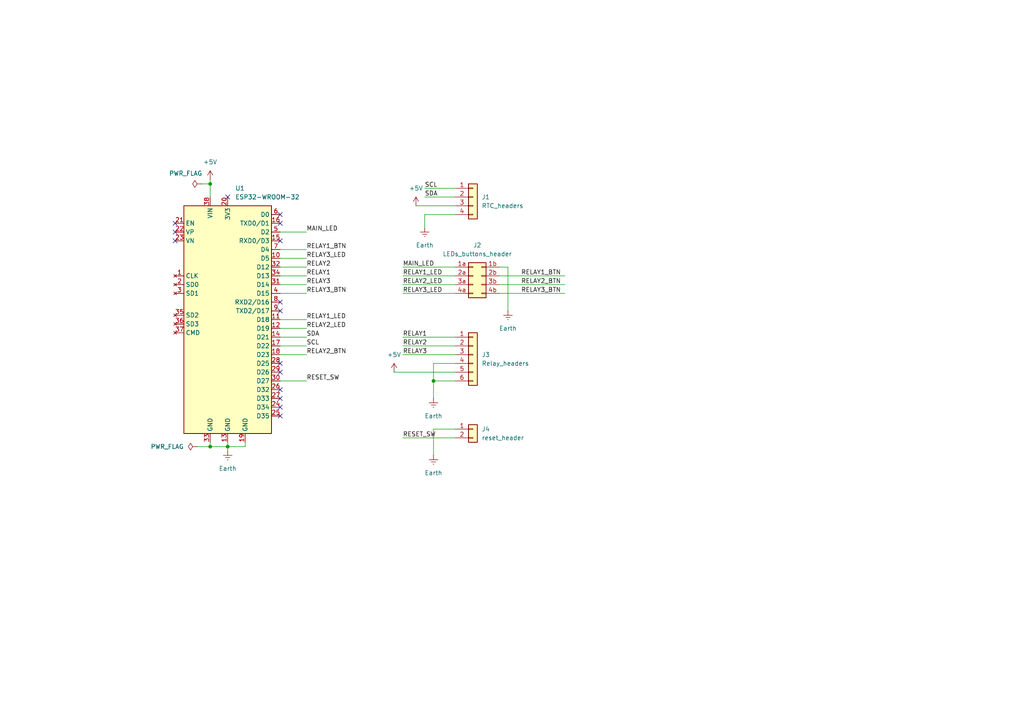
<source format=kicad_sch>
(kicad_sch
	(version 20231120)
	(generator "eeschema")
	(generator_version "8.0")
	(uuid "7a608d07-70db-4e84-831f-f8fd5d7ff980")
	(paper "A4")
	(lib_symbols
		(symbol "Connector_Generic:Conn_01x02"
			(pin_names
				(offset 1.016) hide)
			(exclude_from_sim no)
			(in_bom yes)
			(on_board yes)
			(property "Reference" "J"
				(at 0 2.54 0)
				(effects
					(font
						(size 1.27 1.27)
					)
				)
			)
			(property "Value" "Conn_01x02"
				(at 0 -5.08 0)
				(effects
					(font
						(size 1.27 1.27)
					)
				)
			)
			(property "Footprint" ""
				(at 0 0 0)
				(effects
					(font
						(size 1.27 1.27)
					)
					(hide yes)
				)
			)
			(property "Datasheet" "~"
				(at 0 0 0)
				(effects
					(font
						(size 1.27 1.27)
					)
					(hide yes)
				)
			)
			(property "Description" "Generic connector, single row, 01x02, script generated (kicad-library-utils/schlib/autogen/connector/)"
				(at 0 0 0)
				(effects
					(font
						(size 1.27 1.27)
					)
					(hide yes)
				)
			)
			(property "ki_keywords" "connector"
				(at 0 0 0)
				(effects
					(font
						(size 1.27 1.27)
					)
					(hide yes)
				)
			)
			(property "ki_fp_filters" "Connector*:*_1x??_*"
				(at 0 0 0)
				(effects
					(font
						(size 1.27 1.27)
					)
					(hide yes)
				)
			)
			(symbol "Conn_01x02_1_1"
				(rectangle
					(start -1.27 -2.413)
					(end 0 -2.667)
					(stroke
						(width 0.1524)
						(type default)
					)
					(fill
						(type none)
					)
				)
				(rectangle
					(start -1.27 0.127)
					(end 0 -0.127)
					(stroke
						(width 0.1524)
						(type default)
					)
					(fill
						(type none)
					)
				)
				(rectangle
					(start -1.27 1.27)
					(end 1.27 -3.81)
					(stroke
						(width 0.254)
						(type default)
					)
					(fill
						(type background)
					)
				)
				(pin passive line
					(at -5.08 0 0)
					(length 3.81)
					(name "Pin_1"
						(effects
							(font
								(size 1.27 1.27)
							)
						)
					)
					(number "1"
						(effects
							(font
								(size 1.27 1.27)
							)
						)
					)
				)
				(pin passive line
					(at -5.08 -2.54 0)
					(length 3.81)
					(name "Pin_2"
						(effects
							(font
								(size 1.27 1.27)
							)
						)
					)
					(number "2"
						(effects
							(font
								(size 1.27 1.27)
							)
						)
					)
				)
			)
		)
		(symbol "Connector_Generic:Conn_01x04"
			(pin_names
				(offset 1.016) hide)
			(exclude_from_sim no)
			(in_bom yes)
			(on_board yes)
			(property "Reference" "J"
				(at 0 5.08 0)
				(effects
					(font
						(size 1.27 1.27)
					)
				)
			)
			(property "Value" "Conn_01x04"
				(at 0 -7.62 0)
				(effects
					(font
						(size 1.27 1.27)
					)
				)
			)
			(property "Footprint" ""
				(at 0 0 0)
				(effects
					(font
						(size 1.27 1.27)
					)
					(hide yes)
				)
			)
			(property "Datasheet" "~"
				(at 0 0 0)
				(effects
					(font
						(size 1.27 1.27)
					)
					(hide yes)
				)
			)
			(property "Description" "Generic connector, single row, 01x04, script generated (kicad-library-utils/schlib/autogen/connector/)"
				(at 0 0 0)
				(effects
					(font
						(size 1.27 1.27)
					)
					(hide yes)
				)
			)
			(property "ki_keywords" "connector"
				(at 0 0 0)
				(effects
					(font
						(size 1.27 1.27)
					)
					(hide yes)
				)
			)
			(property "ki_fp_filters" "Connector*:*_1x??_*"
				(at 0 0 0)
				(effects
					(font
						(size 1.27 1.27)
					)
					(hide yes)
				)
			)
			(symbol "Conn_01x04_1_1"
				(rectangle
					(start -1.27 -4.953)
					(end 0 -5.207)
					(stroke
						(width 0.1524)
						(type default)
					)
					(fill
						(type none)
					)
				)
				(rectangle
					(start -1.27 -2.413)
					(end 0 -2.667)
					(stroke
						(width 0.1524)
						(type default)
					)
					(fill
						(type none)
					)
				)
				(rectangle
					(start -1.27 0.127)
					(end 0 -0.127)
					(stroke
						(width 0.1524)
						(type default)
					)
					(fill
						(type none)
					)
				)
				(rectangle
					(start -1.27 2.667)
					(end 0 2.413)
					(stroke
						(width 0.1524)
						(type default)
					)
					(fill
						(type none)
					)
				)
				(rectangle
					(start -1.27 3.81)
					(end 1.27 -6.35)
					(stroke
						(width 0.254)
						(type default)
					)
					(fill
						(type background)
					)
				)
				(pin passive line
					(at -5.08 2.54 0)
					(length 3.81)
					(name "Pin_1"
						(effects
							(font
								(size 1.27 1.27)
							)
						)
					)
					(number "1"
						(effects
							(font
								(size 1.27 1.27)
							)
						)
					)
				)
				(pin passive line
					(at -5.08 0 0)
					(length 3.81)
					(name "Pin_2"
						(effects
							(font
								(size 1.27 1.27)
							)
						)
					)
					(number "2"
						(effects
							(font
								(size 1.27 1.27)
							)
						)
					)
				)
				(pin passive line
					(at -5.08 -2.54 0)
					(length 3.81)
					(name "Pin_3"
						(effects
							(font
								(size 1.27 1.27)
							)
						)
					)
					(number "3"
						(effects
							(font
								(size 1.27 1.27)
							)
						)
					)
				)
				(pin passive line
					(at -5.08 -5.08 0)
					(length 3.81)
					(name "Pin_4"
						(effects
							(font
								(size 1.27 1.27)
							)
						)
					)
					(number "4"
						(effects
							(font
								(size 1.27 1.27)
							)
						)
					)
				)
			)
		)
		(symbol "Connector_Generic:Conn_01x06"
			(pin_names
				(offset 1.016) hide)
			(exclude_from_sim no)
			(in_bom yes)
			(on_board yes)
			(property "Reference" "J"
				(at 0 7.62 0)
				(effects
					(font
						(size 1.27 1.27)
					)
				)
			)
			(property "Value" "Conn_01x06"
				(at 0 -10.16 0)
				(effects
					(font
						(size 1.27 1.27)
					)
				)
			)
			(property "Footprint" ""
				(at 0 0 0)
				(effects
					(font
						(size 1.27 1.27)
					)
					(hide yes)
				)
			)
			(property "Datasheet" "~"
				(at 0 0 0)
				(effects
					(font
						(size 1.27 1.27)
					)
					(hide yes)
				)
			)
			(property "Description" "Generic connector, single row, 01x06, script generated (kicad-library-utils/schlib/autogen/connector/)"
				(at 0 0 0)
				(effects
					(font
						(size 1.27 1.27)
					)
					(hide yes)
				)
			)
			(property "ki_keywords" "connector"
				(at 0 0 0)
				(effects
					(font
						(size 1.27 1.27)
					)
					(hide yes)
				)
			)
			(property "ki_fp_filters" "Connector*:*_1x??_*"
				(at 0 0 0)
				(effects
					(font
						(size 1.27 1.27)
					)
					(hide yes)
				)
			)
			(symbol "Conn_01x06_1_1"
				(rectangle
					(start -1.27 -7.493)
					(end 0 -7.747)
					(stroke
						(width 0.1524)
						(type default)
					)
					(fill
						(type none)
					)
				)
				(rectangle
					(start -1.27 -4.953)
					(end 0 -5.207)
					(stroke
						(width 0.1524)
						(type default)
					)
					(fill
						(type none)
					)
				)
				(rectangle
					(start -1.27 -2.413)
					(end 0 -2.667)
					(stroke
						(width 0.1524)
						(type default)
					)
					(fill
						(type none)
					)
				)
				(rectangle
					(start -1.27 0.127)
					(end 0 -0.127)
					(stroke
						(width 0.1524)
						(type default)
					)
					(fill
						(type none)
					)
				)
				(rectangle
					(start -1.27 2.667)
					(end 0 2.413)
					(stroke
						(width 0.1524)
						(type default)
					)
					(fill
						(type none)
					)
				)
				(rectangle
					(start -1.27 5.207)
					(end 0 4.953)
					(stroke
						(width 0.1524)
						(type default)
					)
					(fill
						(type none)
					)
				)
				(rectangle
					(start -1.27 6.35)
					(end 1.27 -8.89)
					(stroke
						(width 0.254)
						(type default)
					)
					(fill
						(type background)
					)
				)
				(pin passive line
					(at -5.08 5.08 0)
					(length 3.81)
					(name "Pin_1"
						(effects
							(font
								(size 1.27 1.27)
							)
						)
					)
					(number "1"
						(effects
							(font
								(size 1.27 1.27)
							)
						)
					)
				)
				(pin passive line
					(at -5.08 2.54 0)
					(length 3.81)
					(name "Pin_2"
						(effects
							(font
								(size 1.27 1.27)
							)
						)
					)
					(number "2"
						(effects
							(font
								(size 1.27 1.27)
							)
						)
					)
				)
				(pin passive line
					(at -5.08 0 0)
					(length 3.81)
					(name "Pin_3"
						(effects
							(font
								(size 1.27 1.27)
							)
						)
					)
					(number "3"
						(effects
							(font
								(size 1.27 1.27)
							)
						)
					)
				)
				(pin passive line
					(at -5.08 -2.54 0)
					(length 3.81)
					(name "Pin_4"
						(effects
							(font
								(size 1.27 1.27)
							)
						)
					)
					(number "4"
						(effects
							(font
								(size 1.27 1.27)
							)
						)
					)
				)
				(pin passive line
					(at -5.08 -5.08 0)
					(length 3.81)
					(name "Pin_5"
						(effects
							(font
								(size 1.27 1.27)
							)
						)
					)
					(number "5"
						(effects
							(font
								(size 1.27 1.27)
							)
						)
					)
				)
				(pin passive line
					(at -5.08 -7.62 0)
					(length 3.81)
					(name "Pin_6"
						(effects
							(font
								(size 1.27 1.27)
							)
						)
					)
					(number "6"
						(effects
							(font
								(size 1.27 1.27)
							)
						)
					)
				)
			)
		)
		(symbol "Connector_Generic:Conn_02x04_Row_Letter_Last"
			(pin_names
				(offset 1.016) hide)
			(exclude_from_sim no)
			(in_bom yes)
			(on_board yes)
			(property "Reference" "J"
				(at 1.27 5.08 0)
				(effects
					(font
						(size 1.27 1.27)
					)
				)
			)
			(property "Value" "Conn_02x04_Row_Letter_Last"
				(at 1.27 -7.62 0)
				(effects
					(font
						(size 1.27 1.27)
					)
				)
			)
			(property "Footprint" ""
				(at 0 0 0)
				(effects
					(font
						(size 1.27 1.27)
					)
					(hide yes)
				)
			)
			(property "Datasheet" "~"
				(at 0 0 0)
				(effects
					(font
						(size 1.27 1.27)
					)
					(hide yes)
				)
			)
			(property "Description" "Generic connector, double row, 02x04, row letter last pin numbering scheme (pin number consists of a letter for the row and a number for the pin index in this row. 1a, ..., Na; 1b, ..., Nb)), script generated (kicad-library-utils/schlib/autogen/connector/)"
				(at 0 0 0)
				(effects
					(font
						(size 1.27 1.27)
					)
					(hide yes)
				)
			)
			(property "ki_keywords" "connector"
				(at 0 0 0)
				(effects
					(font
						(size 1.27 1.27)
					)
					(hide yes)
				)
			)
			(property "ki_fp_filters" "Connector*:*_2x??_*"
				(at 0 0 0)
				(effects
					(font
						(size 1.27 1.27)
					)
					(hide yes)
				)
			)
			(symbol "Conn_02x04_Row_Letter_Last_1_1"
				(rectangle
					(start -1.27 -4.953)
					(end 0 -5.207)
					(stroke
						(width 0.1524)
						(type default)
					)
					(fill
						(type none)
					)
				)
				(rectangle
					(start -1.27 -2.413)
					(end 0 -2.667)
					(stroke
						(width 0.1524)
						(type default)
					)
					(fill
						(type none)
					)
				)
				(rectangle
					(start -1.27 0.127)
					(end 0 -0.127)
					(stroke
						(width 0.1524)
						(type default)
					)
					(fill
						(type none)
					)
				)
				(rectangle
					(start -1.27 2.667)
					(end 0 2.413)
					(stroke
						(width 0.1524)
						(type default)
					)
					(fill
						(type none)
					)
				)
				(rectangle
					(start -1.27 3.81)
					(end 3.81 -6.35)
					(stroke
						(width 0.254)
						(type default)
					)
					(fill
						(type background)
					)
				)
				(rectangle
					(start 3.81 -4.953)
					(end 2.54 -5.207)
					(stroke
						(width 0.1524)
						(type default)
					)
					(fill
						(type none)
					)
				)
				(rectangle
					(start 3.81 -2.413)
					(end 2.54 -2.667)
					(stroke
						(width 0.1524)
						(type default)
					)
					(fill
						(type none)
					)
				)
				(rectangle
					(start 3.81 0.127)
					(end 2.54 -0.127)
					(stroke
						(width 0.1524)
						(type default)
					)
					(fill
						(type none)
					)
				)
				(rectangle
					(start 3.81 2.667)
					(end 2.54 2.413)
					(stroke
						(width 0.1524)
						(type default)
					)
					(fill
						(type none)
					)
				)
				(pin passive line
					(at -5.08 2.54 0)
					(length 3.81)
					(name "Pin_1a"
						(effects
							(font
								(size 1.27 1.27)
							)
						)
					)
					(number "1a"
						(effects
							(font
								(size 1.27 1.27)
							)
						)
					)
				)
				(pin passive line
					(at 7.62 2.54 180)
					(length 3.81)
					(name "Pin_1b"
						(effects
							(font
								(size 1.27 1.27)
							)
						)
					)
					(number "1b"
						(effects
							(font
								(size 1.27 1.27)
							)
						)
					)
				)
				(pin passive line
					(at -5.08 0 0)
					(length 3.81)
					(name "Pin_2a"
						(effects
							(font
								(size 1.27 1.27)
							)
						)
					)
					(number "2a"
						(effects
							(font
								(size 1.27 1.27)
							)
						)
					)
				)
				(pin passive line
					(at 7.62 0 180)
					(length 3.81)
					(name "Pin_2b"
						(effects
							(font
								(size 1.27 1.27)
							)
						)
					)
					(number "2b"
						(effects
							(font
								(size 1.27 1.27)
							)
						)
					)
				)
				(pin passive line
					(at -5.08 -2.54 0)
					(length 3.81)
					(name "Pin_3a"
						(effects
							(font
								(size 1.27 1.27)
							)
						)
					)
					(number "3a"
						(effects
							(font
								(size 1.27 1.27)
							)
						)
					)
				)
				(pin passive line
					(at 7.62 -2.54 180)
					(length 3.81)
					(name "Pin_3b"
						(effects
							(font
								(size 1.27 1.27)
							)
						)
					)
					(number "3b"
						(effects
							(font
								(size 1.27 1.27)
							)
						)
					)
				)
				(pin passive line
					(at -5.08 -5.08 0)
					(length 3.81)
					(name "Pin_4a"
						(effects
							(font
								(size 1.27 1.27)
							)
						)
					)
					(number "4a"
						(effects
							(font
								(size 1.27 1.27)
							)
						)
					)
				)
				(pin passive line
					(at 7.62 -5.08 180)
					(length 3.81)
					(name "Pin_4b"
						(effects
							(font
								(size 1.27 1.27)
							)
						)
					)
					(number "4b"
						(effects
							(font
								(size 1.27 1.27)
							)
						)
					)
				)
			)
		)
		(symbol "MCU_espressif_modules:ESP32-doit-devkitv1-kind2"
			(exclude_from_sim no)
			(in_bom yes)
			(on_board yes)
			(property "Reference" "U"
				(at -12.7 34.29 0)
				(effects
					(font
						(size 1.27 1.27)
					)
					(justify left)
				)
			)
			(property "Value" "ESP32-doit-devkitv1-kind2"
				(at 1.27 34.29 0)
				(effects
					(font
						(size 1.27 1.27)
					)
					(justify left)
				)
			)
			(property "Footprint" "RF_Module:ESP32-WROOM-32"
				(at 24.13 -36.068 0)
				(effects
					(font
						(size 1.27 1.27)
					)
					(hide yes)
				)
			)
			(property "Datasheet" "https://www.espressif.com/sites/default/files/documentation/esp32-wroom-32_datasheet_en.pdf"
				(at 57.912 -38.862 0)
				(effects
					(font
						(size 1.27 1.27)
					)
					(hide yes)
				)
			)
			(property "Description" "RF Module, ESP32-D0WDQ6 SoC, Wi-Fi 802.11b/g/n, Bluetooth, BLE, 32-bit, 2.7-3.6V, onboard antenna, SMD"
				(at 64.516 -41.656 0)
				(effects
					(font
						(size 1.27 1.27)
					)
					(hide yes)
				)
			)
			(property "ki_keywords" "RF Radio BT ESP ESP32 Espressif onboard PCB antenna"
				(at 0 0 0)
				(effects
					(font
						(size 1.27 1.27)
					)
					(hide yes)
				)
			)
			(property "ki_fp_filters" "ESP32?WROOM?32*"
				(at 0 0 0)
				(effects
					(font
						(size 1.27 1.27)
					)
					(hide yes)
				)
			)
			(symbol "ESP32-doit-devkitv1-kind2_0_1"
				(rectangle
					(start -12.7 33.02)
					(end 12.7 -33.02)
					(stroke
						(width 0.254)
						(type default)
					)
					(fill
						(type background)
					)
				)
			)
			(symbol "ESP32-doit-devkitv1-kind2_1_1"
				(pin no_connect line
					(at -15.24 12.7 0)
					(length 2.54)
					(name "CLK"
						(effects
							(font
								(size 1.27 1.27)
							)
						)
					)
					(number "1"
						(effects
							(font
								(size 1.27 1.27)
							)
						)
					)
				)
				(pin bidirectional line
					(at 15.24 17.78 180)
					(length 2.54)
					(name "D5"
						(effects
							(font
								(size 1.27 1.27)
							)
						)
					)
					(number "10"
						(effects
							(font
								(size 1.27 1.27)
							)
						)
					)
				)
				(pin bidirectional line
					(at 15.24 0 180)
					(length 2.54)
					(name "D18"
						(effects
							(font
								(size 1.27 1.27)
							)
						)
					)
					(number "11"
						(effects
							(font
								(size 1.27 1.27)
							)
						)
					)
				)
				(pin bidirectional line
					(at 15.24 -2.54 180)
					(length 2.54)
					(name "D19"
						(effects
							(font
								(size 1.27 1.27)
							)
						)
					)
					(number "12"
						(effects
							(font
								(size 1.27 1.27)
							)
						)
					)
				)
				(pin power_in line
					(at 0 -35.56 90)
					(length 2.54)
					(name "GND"
						(effects
							(font
								(size 1.27 1.27)
							)
						)
					)
					(number "13"
						(effects
							(font
								(size 1.27 1.27)
							)
						)
					)
				)
				(pin bidirectional line
					(at 15.24 -5.08 180)
					(length 2.54)
					(name "D21"
						(effects
							(font
								(size 1.27 1.27)
							)
						)
					)
					(number "14"
						(effects
							(font
								(size 1.27 1.27)
							)
						)
					)
				)
				(pin bidirectional line
					(at 15.24 22.86 180)
					(length 2.54)
					(name "RXD0/D3"
						(effects
							(font
								(size 1.27 1.27)
							)
						)
					)
					(number "15"
						(effects
							(font
								(size 1.27 1.27)
							)
						)
					)
				)
				(pin bidirectional line
					(at 15.24 27.94 180)
					(length 2.54)
					(name "TXD0/D1"
						(effects
							(font
								(size 1.27 1.27)
							)
						)
					)
					(number "16"
						(effects
							(font
								(size 1.27 1.27)
							)
						)
					)
				)
				(pin bidirectional line
					(at 15.24 -7.62 180)
					(length 2.54)
					(name "D22"
						(effects
							(font
								(size 1.27 1.27)
							)
						)
					)
					(number "17"
						(effects
							(font
								(size 1.27 1.27)
							)
						)
					)
				)
				(pin bidirectional line
					(at 15.24 -10.16 180)
					(length 2.54)
					(name "D23"
						(effects
							(font
								(size 1.27 1.27)
							)
						)
					)
					(number "18"
						(effects
							(font
								(size 1.27 1.27)
							)
						)
					)
				)
				(pin power_in line
					(at 5.08 -35.56 90)
					(length 2.54)
					(name "GND"
						(effects
							(font
								(size 1.27 1.27)
							)
						)
					)
					(number "19"
						(effects
							(font
								(size 1.27 1.27)
							)
						)
					)
				)
				(pin no_connect line
					(at -15.24 10.16 0)
					(length 2.54)
					(name "SD0"
						(effects
							(font
								(size 1.27 1.27)
							)
						)
					)
					(number "2"
						(effects
							(font
								(size 1.27 1.27)
							)
						)
					)
				)
				(pin power_in line
					(at 0 35.56 270)
					(length 2.54)
					(name "3V3"
						(effects
							(font
								(size 1.27 1.27)
							)
						)
					)
					(number "20"
						(effects
							(font
								(size 1.27 1.27)
							)
						)
					)
				)
				(pin input line
					(at -15.24 27.94 0)
					(length 2.54)
					(name "EN"
						(effects
							(font
								(size 1.27 1.27)
							)
						)
					)
					(number "21"
						(effects
							(font
								(size 1.27 1.27)
							)
						)
					)
				)
				(pin input line
					(at -15.24 25.4 0)
					(length 2.54)
					(name "VP"
						(effects
							(font
								(size 1.27 1.27)
							)
						)
					)
					(number "22"
						(effects
							(font
								(size 1.27 1.27)
							)
						)
					)
				)
				(pin input line
					(at -15.24 22.86 0)
					(length 2.54)
					(name "VN"
						(effects
							(font
								(size 1.27 1.27)
							)
						)
					)
					(number "23"
						(effects
							(font
								(size 1.27 1.27)
							)
						)
					)
				)
				(pin input line
					(at 15.24 -25.4 180)
					(length 2.54)
					(name "D34"
						(effects
							(font
								(size 1.27 1.27)
							)
						)
					)
					(number "24"
						(effects
							(font
								(size 1.27 1.27)
							)
						)
					)
				)
				(pin input line
					(at 15.24 -27.94 180)
					(length 2.54)
					(name "D35"
						(effects
							(font
								(size 1.27 1.27)
							)
						)
					)
					(number "25"
						(effects
							(font
								(size 1.27 1.27)
							)
						)
					)
				)
				(pin bidirectional line
					(at 15.24 -20.32 180)
					(length 2.54)
					(name "D32"
						(effects
							(font
								(size 1.27 1.27)
							)
						)
					)
					(number "26"
						(effects
							(font
								(size 1.27 1.27)
							)
						)
					)
				)
				(pin bidirectional line
					(at 15.24 -22.86 180)
					(length 2.54)
					(name "D33"
						(effects
							(font
								(size 1.27 1.27)
							)
						)
					)
					(number "27"
						(effects
							(font
								(size 1.27 1.27)
							)
						)
					)
				)
				(pin bidirectional line
					(at 15.24 -12.7 180)
					(length 2.54)
					(name "D25"
						(effects
							(font
								(size 1.27 1.27)
							)
						)
					)
					(number "28"
						(effects
							(font
								(size 1.27 1.27)
							)
						)
					)
				)
				(pin bidirectional line
					(at 15.24 -15.24 180)
					(length 2.54)
					(name "D26"
						(effects
							(font
								(size 1.27 1.27)
							)
						)
					)
					(number "29"
						(effects
							(font
								(size 1.27 1.27)
							)
						)
					)
				)
				(pin no_connect line
					(at -15.24 7.62 0)
					(length 2.54)
					(name "SD1"
						(effects
							(font
								(size 1.27 1.27)
							)
						)
					)
					(number "3"
						(effects
							(font
								(size 1.27 1.27)
							)
						)
					)
				)
				(pin bidirectional line
					(at 15.24 -17.78 180)
					(length 2.54)
					(name "D27"
						(effects
							(font
								(size 1.27 1.27)
							)
						)
					)
					(number "30"
						(effects
							(font
								(size 1.27 1.27)
							)
						)
					)
				)
				(pin bidirectional line
					(at 15.24 10.16 180)
					(length 2.54)
					(name "D14"
						(effects
							(font
								(size 1.27 1.27)
							)
						)
					)
					(number "31"
						(effects
							(font
								(size 1.27 1.27)
							)
						)
					)
				)
				(pin bidirectional line
					(at 15.24 15.24 180)
					(length 2.54)
					(name "D12"
						(effects
							(font
								(size 1.27 1.27)
							)
						)
					)
					(number "32"
						(effects
							(font
								(size 1.27 1.27)
							)
						)
					)
				)
				(pin power_in line
					(at -5.08 -35.56 90)
					(length 2.54)
					(name "GND"
						(effects
							(font
								(size 1.27 1.27)
							)
						)
					)
					(number "33"
						(effects
							(font
								(size 1.27 1.27)
							)
						)
					)
				)
				(pin bidirectional line
					(at 15.24 12.7 180)
					(length 2.54)
					(name "D13"
						(effects
							(font
								(size 1.27 1.27)
							)
						)
					)
					(number "34"
						(effects
							(font
								(size 1.27 1.27)
							)
						)
					)
				)
				(pin no_connect line
					(at -15.24 1.27 0)
					(length 2.54)
					(name "SD2"
						(effects
							(font
								(size 1.27 1.27)
							)
						)
					)
					(number "35"
						(effects
							(font
								(size 1.27 1.27)
							)
						)
					)
				)
				(pin no_connect line
					(at -15.24 -1.27 0)
					(length 2.54)
					(name "SD3"
						(effects
							(font
								(size 1.27 1.27)
							)
						)
					)
					(number "36"
						(effects
							(font
								(size 1.27 1.27)
							)
						)
					)
				)
				(pin no_connect line
					(at -15.24 -3.81 0)
					(length 2.54)
					(name "CMD"
						(effects
							(font
								(size 1.27 1.27)
							)
						)
					)
					(number "37"
						(effects
							(font
								(size 1.27 1.27)
							)
						)
					)
				)
				(pin power_in line
					(at -5.08 35.56 270)
					(length 2.54)
					(name "VIN"
						(effects
							(font
								(size 1.27 1.27)
							)
						)
					)
					(number "38"
						(effects
							(font
								(size 1.27 1.27)
							)
						)
					)
				)
				(pin bidirectional line
					(at 15.24 7.62 180)
					(length 2.54)
					(name "D15"
						(effects
							(font
								(size 1.27 1.27)
							)
						)
					)
					(number "4"
						(effects
							(font
								(size 1.27 1.27)
							)
						)
					)
				)
				(pin bidirectional line
					(at 15.24 25.4 180)
					(length 2.54)
					(name "D2"
						(effects
							(font
								(size 1.27 1.27)
							)
						)
					)
					(number "5"
						(effects
							(font
								(size 1.27 1.27)
							)
						)
					)
				)
				(pin bidirectional line
					(at 15.24 30.48 180)
					(length 2.54)
					(name "D0"
						(effects
							(font
								(size 1.27 1.27)
							)
						)
					)
					(number "6"
						(effects
							(font
								(size 1.27 1.27)
							)
						)
					)
				)
				(pin bidirectional line
					(at 15.24 20.32 180)
					(length 2.54)
					(name "D4"
						(effects
							(font
								(size 1.27 1.27)
							)
						)
					)
					(number "7"
						(effects
							(font
								(size 1.27 1.27)
							)
						)
					)
				)
				(pin bidirectional line
					(at 15.24 5.08 180)
					(length 2.54)
					(name "RXD2/D16"
						(effects
							(font
								(size 1.27 1.27)
							)
						)
					)
					(number "8"
						(effects
							(font
								(size 1.27 1.27)
							)
						)
					)
				)
				(pin bidirectional line
					(at 15.24 2.54 180)
					(length 2.54)
					(name "TXD2/D17"
						(effects
							(font
								(size 1.27 1.27)
							)
						)
					)
					(number "9"
						(effects
							(font
								(size 1.27 1.27)
							)
						)
					)
				)
			)
		)
		(symbol "power:+5V"
			(power)
			(pin_numbers hide)
			(pin_names
				(offset 0) hide)
			(exclude_from_sim no)
			(in_bom yes)
			(on_board yes)
			(property "Reference" "#PWR"
				(at 0 -3.81 0)
				(effects
					(font
						(size 1.27 1.27)
					)
					(hide yes)
				)
			)
			(property "Value" "+5V"
				(at 0 3.556 0)
				(effects
					(font
						(size 1.27 1.27)
					)
				)
			)
			(property "Footprint" ""
				(at 0 0 0)
				(effects
					(font
						(size 1.27 1.27)
					)
					(hide yes)
				)
			)
			(property "Datasheet" ""
				(at 0 0 0)
				(effects
					(font
						(size 1.27 1.27)
					)
					(hide yes)
				)
			)
			(property "Description" "Power symbol creates a global label with name \"+5V\""
				(at 0 0 0)
				(effects
					(font
						(size 1.27 1.27)
					)
					(hide yes)
				)
			)
			(property "ki_keywords" "global power"
				(at 0 0 0)
				(effects
					(font
						(size 1.27 1.27)
					)
					(hide yes)
				)
			)
			(symbol "+5V_0_1"
				(polyline
					(pts
						(xy -0.762 1.27) (xy 0 2.54)
					)
					(stroke
						(width 0)
						(type default)
					)
					(fill
						(type none)
					)
				)
				(polyline
					(pts
						(xy 0 0) (xy 0 2.54)
					)
					(stroke
						(width 0)
						(type default)
					)
					(fill
						(type none)
					)
				)
				(polyline
					(pts
						(xy 0 2.54) (xy 0.762 1.27)
					)
					(stroke
						(width 0)
						(type default)
					)
					(fill
						(type none)
					)
				)
			)
			(symbol "+5V_1_1"
				(pin power_in line
					(at 0 0 90)
					(length 0)
					(name "~"
						(effects
							(font
								(size 1.27 1.27)
							)
						)
					)
					(number "1"
						(effects
							(font
								(size 1.27 1.27)
							)
						)
					)
				)
			)
		)
		(symbol "power:Earth"
			(power)
			(pin_numbers hide)
			(pin_names
				(offset 0) hide)
			(exclude_from_sim no)
			(in_bom yes)
			(on_board yes)
			(property "Reference" "#PWR"
				(at 0 -6.35 0)
				(effects
					(font
						(size 1.27 1.27)
					)
					(hide yes)
				)
			)
			(property "Value" "Earth"
				(at 0 -3.81 0)
				(effects
					(font
						(size 1.27 1.27)
					)
				)
			)
			(property "Footprint" ""
				(at 0 0 0)
				(effects
					(font
						(size 1.27 1.27)
					)
					(hide yes)
				)
			)
			(property "Datasheet" "~"
				(at 0 0 0)
				(effects
					(font
						(size 1.27 1.27)
					)
					(hide yes)
				)
			)
			(property "Description" "Power symbol creates a global label with name \"Earth\""
				(at 0 0 0)
				(effects
					(font
						(size 1.27 1.27)
					)
					(hide yes)
				)
			)
			(property "ki_keywords" "global ground gnd"
				(at 0 0 0)
				(effects
					(font
						(size 1.27 1.27)
					)
					(hide yes)
				)
			)
			(symbol "Earth_0_1"
				(polyline
					(pts
						(xy -0.635 -1.905) (xy 0.635 -1.905)
					)
					(stroke
						(width 0)
						(type default)
					)
					(fill
						(type none)
					)
				)
				(polyline
					(pts
						(xy -0.127 -2.54) (xy 0.127 -2.54)
					)
					(stroke
						(width 0)
						(type default)
					)
					(fill
						(type none)
					)
				)
				(polyline
					(pts
						(xy 0 -1.27) (xy 0 0)
					)
					(stroke
						(width 0)
						(type default)
					)
					(fill
						(type none)
					)
				)
				(polyline
					(pts
						(xy 1.27 -1.27) (xy -1.27 -1.27)
					)
					(stroke
						(width 0)
						(type default)
					)
					(fill
						(type none)
					)
				)
			)
			(symbol "Earth_1_1"
				(pin power_in line
					(at 0 0 270)
					(length 0)
					(name "~"
						(effects
							(font
								(size 1.27 1.27)
							)
						)
					)
					(number "1"
						(effects
							(font
								(size 1.27 1.27)
							)
						)
					)
				)
			)
		)
		(symbol "power:PWR_FLAG"
			(power)
			(pin_numbers hide)
			(pin_names
				(offset 0) hide)
			(exclude_from_sim no)
			(in_bom yes)
			(on_board yes)
			(property "Reference" "#FLG"
				(at 0 1.905 0)
				(effects
					(font
						(size 1.27 1.27)
					)
					(hide yes)
				)
			)
			(property "Value" "PWR_FLAG"
				(at 0 3.81 0)
				(effects
					(font
						(size 1.27 1.27)
					)
				)
			)
			(property "Footprint" ""
				(at 0 0 0)
				(effects
					(font
						(size 1.27 1.27)
					)
					(hide yes)
				)
			)
			(property "Datasheet" "~"
				(at 0 0 0)
				(effects
					(font
						(size 1.27 1.27)
					)
					(hide yes)
				)
			)
			(property "Description" "Special symbol for telling ERC where power comes from"
				(at 0 0 0)
				(effects
					(font
						(size 1.27 1.27)
					)
					(hide yes)
				)
			)
			(property "ki_keywords" "flag power"
				(at 0 0 0)
				(effects
					(font
						(size 1.27 1.27)
					)
					(hide yes)
				)
			)
			(symbol "PWR_FLAG_0_0"
				(pin power_out line
					(at 0 0 90)
					(length 0)
					(name "~"
						(effects
							(font
								(size 1.27 1.27)
							)
						)
					)
					(number "1"
						(effects
							(font
								(size 1.27 1.27)
							)
						)
					)
				)
			)
			(symbol "PWR_FLAG_0_1"
				(polyline
					(pts
						(xy 0 0) (xy 0 1.27) (xy -1.016 1.905) (xy 0 2.54) (xy 1.016 1.905) (xy 0 1.27)
					)
					(stroke
						(width 0)
						(type default)
					)
					(fill
						(type none)
					)
				)
			)
		)
	)
	(junction
		(at 60.96 129.54)
		(diameter 0)
		(color 0 0 0 0)
		(uuid "6f96cc45-4892-4fa8-bb72-0a71822eac17")
	)
	(junction
		(at 125.73 110.49)
		(diameter 0)
		(color 0 0 0 0)
		(uuid "9357dba1-6f23-40a9-a898-3b1807baffc3")
	)
	(junction
		(at 66.04 129.54)
		(diameter 0)
		(color 0 0 0 0)
		(uuid "9b114a40-b42a-44ac-ba26-45aabc82bb99")
	)
	(junction
		(at 60.96 53.34)
		(diameter 0)
		(color 0 0 0 0)
		(uuid "f6858ced-8483-4a91-803a-fbfa49ec0ea3")
	)
	(no_connect
		(at 81.28 69.85)
		(uuid "02bd4887-99f6-4978-a8a9-dad48503d64b")
	)
	(no_connect
		(at 81.28 113.03)
		(uuid "0a4ee526-c6b3-45ed-9082-1f6b66b05659")
	)
	(no_connect
		(at 81.28 105.41)
		(uuid "1016d31f-0450-4397-8411-94e68d5e4243")
	)
	(no_connect
		(at 50.8 67.31)
		(uuid "2263a0f9-fa62-4b4b-9113-fac2644f7bb6")
	)
	(no_connect
		(at 81.28 62.23)
		(uuid "628642e4-f08d-4445-9730-c9cfac80b4bb")
	)
	(no_connect
		(at 81.28 87.63)
		(uuid "7699912c-cd0b-4eb7-bf2d-c26b97f8ac9b")
	)
	(no_connect
		(at 81.28 115.57)
		(uuid "7d928402-afb1-41b9-8584-4124564f39d9")
	)
	(no_connect
		(at 50.8 69.85)
		(uuid "88675e59-0f21-4635-86c8-4847340dc936")
	)
	(no_connect
		(at 81.28 90.17)
		(uuid "95c8b279-ed7c-4b7a-98a2-6acb7dfe884c")
	)
	(no_connect
		(at 66.04 57.15)
		(uuid "aa816698-6731-4185-a9d2-174c82041231")
	)
	(no_connect
		(at 81.28 118.11)
		(uuid "b40b586e-0e36-4c55-a88d-0a3216d759b3")
	)
	(no_connect
		(at 81.28 107.95)
		(uuid "c42b24f1-2a5a-41d0-ab71-5fa17beadbaa")
	)
	(no_connect
		(at 50.8 64.77)
		(uuid "f3afc18b-e60c-45fd-841a-883c9372e2a7")
	)
	(no_connect
		(at 81.28 64.77)
		(uuid "f4fa564d-a9c2-4cd9-aec1-8e7041f0c359")
	)
	(no_connect
		(at 81.28 120.65)
		(uuid "f7b78457-1385-446d-9bd6-15db53d7e6ad")
	)
	(wire
		(pts
			(xy 116.84 82.55) (xy 132.08 82.55)
		)
		(stroke
			(width 0)
			(type default)
		)
		(uuid "0722c0a1-148b-436d-b98b-bc26a52d53b4")
	)
	(wire
		(pts
			(xy 116.84 100.33) (xy 132.08 100.33)
		)
		(stroke
			(width 0)
			(type default)
		)
		(uuid "0e5fa52a-8ddb-4e39-93c4-e0337f88881a")
	)
	(wire
		(pts
			(xy 60.96 129.54) (xy 66.04 129.54)
		)
		(stroke
			(width 0)
			(type default)
		)
		(uuid "0ee15468-524f-4e93-8fcc-df102819d5fd")
	)
	(wire
		(pts
			(xy 116.84 85.09) (xy 132.08 85.09)
		)
		(stroke
			(width 0)
			(type default)
		)
		(uuid "18917c22-94e5-44d3-976f-2bea44c5abaf")
	)
	(wire
		(pts
			(xy 116.84 97.79) (xy 132.08 97.79)
		)
		(stroke
			(width 0)
			(type default)
		)
		(uuid "1c59ecea-ea45-41e9-8157-449b10de1b55")
	)
	(wire
		(pts
			(xy 116.84 77.47) (xy 132.08 77.47)
		)
		(stroke
			(width 0)
			(type default)
		)
		(uuid "2bdc70f0-68c8-47ba-b16c-fa41f6b21189")
	)
	(wire
		(pts
			(xy 81.28 92.71) (xy 88.9 92.71)
		)
		(stroke
			(width 0)
			(type default)
		)
		(uuid "2c6756a9-0f0f-4957-a555-daa2224faacf")
	)
	(wire
		(pts
			(xy 81.28 102.87) (xy 88.9 102.87)
		)
		(stroke
			(width 0)
			(type default)
		)
		(uuid "326825b0-8e48-4b41-b172-b7f67ad03cdd")
	)
	(wire
		(pts
			(xy 66.04 129.54) (xy 66.04 130.81)
		)
		(stroke
			(width 0)
			(type default)
		)
		(uuid "3a909813-dc56-43e6-b45a-75aae2d22d3f")
	)
	(wire
		(pts
			(xy 81.28 97.79) (xy 88.9 97.79)
		)
		(stroke
			(width 0)
			(type default)
		)
		(uuid "3fa070ff-1df1-4ce0-b2de-721b8a872958")
	)
	(wire
		(pts
			(xy 147.32 77.47) (xy 147.32 90.17)
		)
		(stroke
			(width 0)
			(type default)
		)
		(uuid "409ae1f9-989c-485e-b3fb-13e98f054a9f")
	)
	(wire
		(pts
			(xy 125.73 105.41) (xy 125.73 110.49)
		)
		(stroke
			(width 0)
			(type default)
		)
		(uuid "425f8e41-3897-4431-b2cb-6a0e18ffe64a")
	)
	(wire
		(pts
			(xy 81.28 100.33) (xy 88.9 100.33)
		)
		(stroke
			(width 0)
			(type default)
		)
		(uuid "4b380ee5-8332-40df-bb01-d82f1546d4ec")
	)
	(wire
		(pts
			(xy 57.15 129.54) (xy 60.96 129.54)
		)
		(stroke
			(width 0)
			(type default)
		)
		(uuid "4bb60130-9700-4196-becb-0a7027c5d69c")
	)
	(wire
		(pts
			(xy 114.3 107.95) (xy 132.08 107.95)
		)
		(stroke
			(width 0)
			(type default)
		)
		(uuid "4f94aeea-142f-4429-a402-b2344d02968c")
	)
	(wire
		(pts
			(xy 81.28 67.31) (xy 88.9 67.31)
		)
		(stroke
			(width 0)
			(type default)
		)
		(uuid "5ff8f190-7400-416e-8e9e-c93481fd915d")
	)
	(wire
		(pts
			(xy 81.28 82.55) (xy 88.9 82.55)
		)
		(stroke
			(width 0)
			(type default)
		)
		(uuid "609371d4-9b20-4d79-b039-2d3e38a0bcad")
	)
	(wire
		(pts
			(xy 116.84 80.01) (xy 132.08 80.01)
		)
		(stroke
			(width 0)
			(type default)
		)
		(uuid "61385992-8cf5-43af-9567-9d85fa42c467")
	)
	(wire
		(pts
			(xy 123.19 62.23) (xy 123.19 66.04)
		)
		(stroke
			(width 0)
			(type default)
		)
		(uuid "62b21351-400f-4d83-8f17-3c7ce32f85c1")
	)
	(wire
		(pts
			(xy 116.84 102.87) (xy 132.08 102.87)
		)
		(stroke
			(width 0)
			(type default)
		)
		(uuid "678c5b6f-8afc-42d5-8c95-53a68bc1fd0f")
	)
	(wire
		(pts
			(xy 132.08 105.41) (xy 125.73 105.41)
		)
		(stroke
			(width 0)
			(type default)
		)
		(uuid "68666620-9bcf-415b-8177-4661c9b64d8f")
	)
	(wire
		(pts
			(xy 120.65 59.69) (xy 132.08 59.69)
		)
		(stroke
			(width 0)
			(type default)
		)
		(uuid "6afc756e-a66a-4488-a586-214c34c410f1")
	)
	(wire
		(pts
			(xy 66.04 128.27) (xy 66.04 129.54)
		)
		(stroke
			(width 0)
			(type default)
		)
		(uuid "6ff50972-2c70-48be-9de7-d1e7f2c33800")
	)
	(wire
		(pts
			(xy 58.42 53.34) (xy 60.96 53.34)
		)
		(stroke
			(width 0)
			(type default)
		)
		(uuid "79074ba3-96d2-4af6-a703-e7bb16e01c18")
	)
	(wire
		(pts
			(xy 81.28 80.01) (xy 88.9 80.01)
		)
		(stroke
			(width 0)
			(type default)
		)
		(uuid "874a6b14-5801-4f51-bdbe-c9d6db59cd7b")
	)
	(wire
		(pts
			(xy 123.19 54.61) (xy 132.08 54.61)
		)
		(stroke
			(width 0)
			(type default)
		)
		(uuid "8e501397-1aeb-490f-9947-47e78a25796a")
	)
	(wire
		(pts
			(xy 60.96 52.07) (xy 60.96 53.34)
		)
		(stroke
			(width 0)
			(type default)
		)
		(uuid "93d3e6e8-413f-4e6e-9be1-aa4ae1395ee2")
	)
	(wire
		(pts
			(xy 81.28 74.93) (xy 88.9 74.93)
		)
		(stroke
			(width 0)
			(type default)
		)
		(uuid "96feb4dc-f2f2-49ce-a7ff-04ec6d981c79")
	)
	(wire
		(pts
			(xy 125.73 124.46) (xy 125.73 132.08)
		)
		(stroke
			(width 0)
			(type default)
		)
		(uuid "98cce8a1-00ef-43a4-94ec-45a279752dd2")
	)
	(wire
		(pts
			(xy 123.19 57.15) (xy 132.08 57.15)
		)
		(stroke
			(width 0)
			(type default)
		)
		(uuid "9981a2b2-df0f-4673-9a59-5b824f431c3e")
	)
	(wire
		(pts
			(xy 81.28 77.47) (xy 88.9 77.47)
		)
		(stroke
			(width 0)
			(type default)
		)
		(uuid "9ce87107-33b5-4b26-add0-d349b0a80f1f")
	)
	(wire
		(pts
			(xy 81.28 72.39) (xy 88.9 72.39)
		)
		(stroke
			(width 0)
			(type default)
		)
		(uuid "ad569e41-b515-4bdb-a6b0-cf0fab567b1e")
	)
	(wire
		(pts
			(xy 81.28 95.25) (xy 88.9 95.25)
		)
		(stroke
			(width 0)
			(type default)
		)
		(uuid "afe5aab4-ccff-4e00-a2ad-9ad8891fc0f3")
	)
	(wire
		(pts
			(xy 116.84 127) (xy 132.08 127)
		)
		(stroke
			(width 0)
			(type default)
		)
		(uuid "b38884ac-be9e-4301-85a4-72f8ddee8c69")
	)
	(wire
		(pts
			(xy 60.96 53.34) (xy 60.96 57.15)
		)
		(stroke
			(width 0)
			(type default)
		)
		(uuid "c765bea5-f0bd-491c-929a-744706ad50d6")
	)
	(wire
		(pts
			(xy 125.73 110.49) (xy 132.08 110.49)
		)
		(stroke
			(width 0)
			(type default)
		)
		(uuid "d102b0b5-5d69-4467-ac04-473f61fc1f82")
	)
	(wire
		(pts
			(xy 60.96 128.27) (xy 60.96 129.54)
		)
		(stroke
			(width 0)
			(type default)
		)
		(uuid "d564713d-c032-4d4f-a4e5-b205e4f9d167")
	)
	(wire
		(pts
			(xy 132.08 62.23) (xy 123.19 62.23)
		)
		(stroke
			(width 0)
			(type default)
		)
		(uuid "da66dfbc-d95b-438d-99b7-fa26c3a8d3b6")
	)
	(wire
		(pts
			(xy 66.04 129.54) (xy 71.12 129.54)
		)
		(stroke
			(width 0)
			(type default)
		)
		(uuid "da8ff933-fef8-448f-9b5c-9bf6abdcfb4b")
	)
	(wire
		(pts
			(xy 132.08 124.46) (xy 125.73 124.46)
		)
		(stroke
			(width 0)
			(type default)
		)
		(uuid "dbb78c24-4411-4a97-9c79-76a6c4db4cb6")
	)
	(wire
		(pts
			(xy 144.78 80.01) (xy 163.83 80.01)
		)
		(stroke
			(width 0)
			(type default)
		)
		(uuid "e15d3d57-f331-4574-8599-a06e5409ecc1")
	)
	(wire
		(pts
			(xy 81.28 110.49) (xy 88.9 110.49)
		)
		(stroke
			(width 0)
			(type default)
		)
		(uuid "e313d234-ae91-4196-963f-85fc05b10fee")
	)
	(wire
		(pts
			(xy 81.28 85.09) (xy 88.9 85.09)
		)
		(stroke
			(width 0)
			(type default)
		)
		(uuid "e5aeae9b-0266-4145-ab81-433d0e3ff35b")
	)
	(wire
		(pts
			(xy 144.78 85.09) (xy 163.83 85.09)
		)
		(stroke
			(width 0)
			(type default)
		)
		(uuid "ec952a34-5819-4405-b2d9-f7b03977fc3c")
	)
	(wire
		(pts
			(xy 125.73 110.49) (xy 125.73 115.57)
		)
		(stroke
			(width 0)
			(type default)
		)
		(uuid "f332387e-dad5-4947-bf2e-03e87e1dfc0c")
	)
	(wire
		(pts
			(xy 71.12 128.27) (xy 71.12 129.54)
		)
		(stroke
			(width 0)
			(type default)
		)
		(uuid "f37906db-ea3d-4438-901c-277499f3a72c")
	)
	(wire
		(pts
			(xy 144.78 82.55) (xy 163.83 82.55)
		)
		(stroke
			(width 0)
			(type default)
		)
		(uuid "f4ca6482-e182-430c-9050-52876c269672")
	)
	(wire
		(pts
			(xy 144.78 77.47) (xy 147.32 77.47)
		)
		(stroke
			(width 0)
			(type default)
		)
		(uuid "ff23bbf5-13d2-4260-a1bf-a87341cb5f86")
	)
	(label "RELAY3_LED"
		(at 88.9 74.93 0)
		(fields_autoplaced yes)
		(effects
			(font
				(size 1.27 1.27)
			)
			(justify left bottom)
		)
		(uuid "0328123e-db17-4ef6-80d6-4cd85183f3a0")
	)
	(label "SDA"
		(at 123.19 57.15 0)
		(fields_autoplaced yes)
		(effects
			(font
				(size 1.27 1.27)
			)
			(justify left bottom)
		)
		(uuid "03f62c18-de29-43d9-b23b-348c05c486ac")
	)
	(label "RELAY2_LED"
		(at 88.9 95.25 0)
		(fields_autoplaced yes)
		(effects
			(font
				(size 1.27 1.27)
			)
			(justify left bottom)
		)
		(uuid "0bba747c-f8e2-4f38-9eda-7fa0fb2df3aa")
	)
	(label "RELAY3_BTN"
		(at 88.9 85.09 0)
		(fields_autoplaced yes)
		(effects
			(font
				(size 1.27 1.27)
			)
			(justify left bottom)
		)
		(uuid "22697b9e-d5aa-4466-8c69-ecabf832162a")
	)
	(label "RELAY2"
		(at 88.9 77.47 0)
		(fields_autoplaced yes)
		(effects
			(font
				(size 1.27 1.27)
			)
			(justify left bottom)
		)
		(uuid "41e5c0d6-e498-45bb-912c-3f9a8762ab50")
	)
	(label "RELAY1_LED"
		(at 116.84 80.01 0)
		(fields_autoplaced yes)
		(effects
			(font
				(size 1.27 1.27)
			)
			(justify left bottom)
		)
		(uuid "430f9473-ebe9-452a-83e0-02013fb10b2a")
	)
	(label "RELAY3_BTN"
		(at 151.13 85.09 0)
		(fields_autoplaced yes)
		(effects
			(font
				(size 1.27 1.27)
			)
			(justify left bottom)
		)
		(uuid "56a4e359-b2f0-442c-97ec-c02c037cc47e")
	)
	(label "MAIN_LED"
		(at 88.9 67.31 0)
		(fields_autoplaced yes)
		(effects
			(font
				(size 1.27 1.27)
			)
			(justify left bottom)
		)
		(uuid "59aa0de5-df0e-4e02-85e4-1289a4ccf1bb")
	)
	(label "SCL"
		(at 88.9 100.33 0)
		(fields_autoplaced yes)
		(effects
			(font
				(size 1.27 1.27)
			)
			(justify left bottom)
		)
		(uuid "5c5d9e4e-4e68-4fc6-86b6-3b05b2e5fde6")
	)
	(label "RESET_SW"
		(at 88.9 110.49 0)
		(fields_autoplaced yes)
		(effects
			(font
				(size 1.27 1.27)
			)
			(justify left bottom)
		)
		(uuid "61c96967-110f-4dcd-b09c-b416ed43ea1a")
	)
	(label "RELAY1_LED"
		(at 88.9 92.71 0)
		(fields_autoplaced yes)
		(effects
			(font
				(size 1.27 1.27)
			)
			(justify left bottom)
		)
		(uuid "63a62ffd-6ca2-45ae-a3d1-2ba3ffa14042")
	)
	(label "RELAY2_BTN"
		(at 151.13 82.55 0)
		(fields_autoplaced yes)
		(effects
			(font
				(size 1.27 1.27)
			)
			(justify left bottom)
		)
		(uuid "780087e1-c01a-41a4-8818-466c4fb44869")
	)
	(label "RELAY3"
		(at 116.84 102.87 0)
		(fields_autoplaced yes)
		(effects
			(font
				(size 1.27 1.27)
			)
			(justify left bottom)
		)
		(uuid "7ded7684-20bd-4d17-9613-17911699ea55")
	)
	(label "RELAY1_BTN"
		(at 88.9 72.39 0)
		(fields_autoplaced yes)
		(effects
			(font
				(size 1.27 1.27)
			)
			(justify left bottom)
		)
		(uuid "82b2d9ad-70c2-448c-a9d5-fac1d34ffff2")
	)
	(label "SDA"
		(at 88.9 97.79 0)
		(fields_autoplaced yes)
		(effects
			(font
				(size 1.27 1.27)
			)
			(justify left bottom)
		)
		(uuid "8b17cd01-04b6-4068-9821-c42f0c5f62c7")
	)
	(label "MAIN_LED"
		(at 116.84 77.47 0)
		(fields_autoplaced yes)
		(effects
			(font
				(size 1.27 1.27)
			)
			(justify left bottom)
		)
		(uuid "975cff4f-8da4-493a-a9ea-650bdf772d88")
	)
	(label "RELAY2_LED"
		(at 116.84 82.55 0)
		(fields_autoplaced yes)
		(effects
			(font
				(size 1.27 1.27)
			)
			(justify left bottom)
		)
		(uuid "9833b7f3-ff31-47fe-9c2b-db82d4a02045")
	)
	(label "RELAY3_LED"
		(at 116.84 85.09 0)
		(fields_autoplaced yes)
		(effects
			(font
				(size 1.27 1.27)
			)
			(justify left bottom)
		)
		(uuid "9ab37a11-c588-49f1-a74c-11615bf31550")
	)
	(label "RELAY2"
		(at 116.84 100.33 0)
		(fields_autoplaced yes)
		(effects
			(font
				(size 1.27 1.27)
			)
			(justify left bottom)
		)
		(uuid "a7712964-3be8-49ac-937e-65c025f98940")
	)
	(label "RELAY1"
		(at 88.9 80.01 0)
		(fields_autoplaced yes)
		(effects
			(font
				(size 1.27 1.27)
			)
			(justify left bottom)
		)
		(uuid "acfe65c7-8033-4981-9a83-1b4aab2cda59")
	)
	(label "RELAY3"
		(at 88.9 82.55 0)
		(fields_autoplaced yes)
		(effects
			(font
				(size 1.27 1.27)
			)
			(justify left bottom)
		)
		(uuid "c5468fa1-8a41-48d2-bc27-e10dc6278d06")
	)
	(label "SCL"
		(at 123.19 54.61 0)
		(fields_autoplaced yes)
		(effects
			(font
				(size 1.27 1.27)
			)
			(justify left bottom)
		)
		(uuid "ca980c06-16af-4401-9ecc-b225b4c1df0e")
	)
	(label "RELAY1_BTN"
		(at 151.13 80.01 0)
		(fields_autoplaced yes)
		(effects
			(font
				(size 1.27 1.27)
			)
			(justify left bottom)
		)
		(uuid "e23e13b0-bfd8-44b7-91ec-2b67dd58e21f")
	)
	(label "RESET_SW"
		(at 116.84 127 0)
		(fields_autoplaced yes)
		(effects
			(font
				(size 1.27 1.27)
			)
			(justify left bottom)
		)
		(uuid "f4be04e2-adb1-42cd-bbe4-cb40e2665d28")
		(property "label1" ""
			(at 116.84 128.27 0)
			(effects
				(font
					(size 1.27 1.27)
					(italic yes)
				)
				(justify left)
			)
		)
	)
	(label "RELAY1"
		(at 116.84 97.79 0)
		(fields_autoplaced yes)
		(effects
			(font
				(size 1.27 1.27)
			)
			(justify left bottom)
		)
		(uuid "fd84b6ea-4087-41de-8881-6448837e22b8")
	)
	(label "RELAY2_BTN"
		(at 88.9 102.87 0)
		(fields_autoplaced yes)
		(effects
			(font
				(size 1.27 1.27)
			)
			(justify left bottom)
		)
		(uuid "ffd7cda7-e2ac-4577-8cae-0c90b0de052e")
	)
	(symbol
		(lib_id "power:+5V")
		(at 120.65 59.69 0)
		(unit 1)
		(exclude_from_sim no)
		(in_bom yes)
		(on_board yes)
		(dnp no)
		(fields_autoplaced yes)
		(uuid "03ad3c49-7476-4ae1-b745-dcb3f9569597")
		(property "Reference" "#PWR015"
			(at 120.65 63.5 0)
			(effects
				(font
					(size 1.27 1.27)
				)
				(hide yes)
			)
		)
		(property "Value" "+5V"
			(at 120.65 54.61 0)
			(effects
				(font
					(size 1.27 1.27)
				)
			)
		)
		(property "Footprint" ""
			(at 120.65 59.69 0)
			(effects
				(font
					(size 1.27 1.27)
				)
				(hide yes)
			)
		)
		(property "Datasheet" ""
			(at 120.65 59.69 0)
			(effects
				(font
					(size 1.27 1.27)
				)
				(hide yes)
			)
		)
		(property "Description" "Power symbol creates a global label with name \"+5V\""
			(at 120.65 59.69 0)
			(effects
				(font
					(size 1.27 1.27)
				)
				(hide yes)
			)
		)
		(pin "1"
			(uuid "396eabf4-ae79-4a16-95b3-65023e654d4b")
		)
		(instances
			(project "esp32_iot_relay"
				(path "/7a608d07-70db-4e84-831f-f8fd5d7ff980"
					(reference "#PWR015")
					(unit 1)
				)
			)
		)
	)
	(symbol
		(lib_id "MCU_espressif_modules:ESP32-doit-devkitv1-kind2")
		(at 66.04 92.71 0)
		(unit 1)
		(exclude_from_sim no)
		(in_bom yes)
		(on_board yes)
		(dnp no)
		(fields_autoplaced yes)
		(uuid "0b7f4469-ac4d-4178-8d8e-80ef11daae4e")
		(property "Reference" "U1"
			(at 68.2341 54.61 0)
			(effects
				(font
					(size 1.27 1.27)
				)
				(justify left)
			)
		)
		(property "Value" "ESP32-WROOM-32"
			(at 68.2341 57.15 0)
			(effects
				(font
					(size 1.27 1.27)
				)
				(justify left)
			)
		)
		(property "Footprint" "microcontroller_headers:esp32_doit_devkitv1_38pin"
			(at 90.17 128.778 0)
			(effects
				(font
					(size 1.27 1.27)
				)
				(hide yes)
			)
		)
		(property "Datasheet" "https://www.espressif.com/sites/default/files/documentation/esp32-wroom-32_datasheet_en.pdf"
			(at 123.952 131.572 0)
			(effects
				(font
					(size 1.27 1.27)
				)
				(hide yes)
			)
		)
		(property "Description" "RF Module, ESP32-D0WDQ6 SoC, Wi-Fi 802.11b/g/n, Bluetooth, BLE, 32-bit, 2.7-3.6V, onboard antenna, SMD"
			(at 130.556 134.366 0)
			(effects
				(font
					(size 1.27 1.27)
				)
				(hide yes)
			)
		)
		(pin "20"
			(uuid "095a91f3-a398-493c-805b-ac3110d93fdc")
		)
		(pin "8"
			(uuid "0b2efe1e-e735-45a4-b3b6-03cedef4f568")
		)
		(pin "17"
			(uuid "01a53839-a71e-4af7-8b2d-2118cc36496b")
		)
		(pin "24"
			(uuid "b373c410-770c-4854-b0d1-b60e5cde007f")
		)
		(pin "30"
			(uuid "1902a08f-1fe5-444c-a1cd-1cc48e5641ae")
		)
		(pin "14"
			(uuid "4eb325ab-1d59-404f-a1db-f5f5ba015fb7")
		)
		(pin "2"
			(uuid "83a82ae2-bac2-40b5-ace1-40d36a8a00f5")
		)
		(pin "26"
			(uuid "3c0780ca-6452-4d33-918e-fa57e4526565")
		)
		(pin "6"
			(uuid "cfee0a76-afe5-430e-ab4c-a3e3bcaa9970")
		)
		(pin "23"
			(uuid "6017e05d-e330-411e-835e-7ebe382f80c6")
		)
		(pin "1"
			(uuid "94917794-d8e0-4c76-905f-8797088fbea1")
		)
		(pin "3"
			(uuid "6c487522-0910-44ee-883a-f3ed7984cc59")
		)
		(pin "5"
			(uuid "5e3b66e0-0f28-454c-aef3-e37a672fd2c8")
		)
		(pin "12"
			(uuid "ca377fba-8ca2-4bb8-98d5-8f99f8a7c899")
		)
		(pin "4"
			(uuid "199938d8-dcc8-4659-bf12-9ba8f252f673")
		)
		(pin "10"
			(uuid "7743ae4e-d036-4fdc-b422-7d562b1380d5")
		)
		(pin "29"
			(uuid "d5c85991-57af-4c45-b507-cbb9d54123e5")
		)
		(pin "9"
			(uuid "05ebcabe-0d59-477f-b2a2-0dcd97d2099f")
		)
		(pin "15"
			(uuid "b1c68c20-3279-4d45-9555-266149427746")
		)
		(pin "13"
			(uuid "f8228f08-9f92-43b2-8000-cbebfda14d84")
		)
		(pin "7"
			(uuid "b3f5780f-271b-468f-8902-dd946a077896")
		)
		(pin "11"
			(uuid "375b64b8-8c3e-4cef-b21f-2a7ee69ebf14")
		)
		(pin "18"
			(uuid "e757eb7e-1ac1-49ff-96a1-cff0e866900f")
		)
		(pin "21"
			(uuid "c077d3f0-afa8-4e4e-a1d3-373c7d4f0975")
		)
		(pin "27"
			(uuid "cef59524-3dfd-4ce0-b5bf-9b1504ff3ddc")
		)
		(pin "28"
			(uuid "a0df75ed-872b-4420-9ca9-f33a81af5a2e")
		)
		(pin "19"
			(uuid "a177e4cc-2b1e-4e22-8d13-96d65715eef6")
		)
		(pin "25"
			(uuid "7f3c0213-331f-451c-9d2c-026e6b9276dc")
		)
		(pin "22"
			(uuid "5981bc3c-bddb-44bb-8cfe-c5f1ad98a8a9")
		)
		(pin "16"
			(uuid "847f39c2-176f-4cb4-ae42-4d133ab2ffb8")
		)
		(pin "32"
			(uuid "a2eb842a-e506-4edd-96ab-f10179cd5bc9")
		)
		(pin "33"
			(uuid "25412bf7-9909-4d88-9d52-2f8cf56f259c")
		)
		(pin "31"
			(uuid "9d447eea-ad1a-4e3c-a464-5a3dfbd103c7")
		)
		(pin "34"
			(uuid "e39ec959-60ac-4562-848f-313f80cb13b1")
		)
		(pin "35"
			(uuid "8ca0cc94-a5eb-4263-a7f7-92326a0bd760")
		)
		(pin "36"
			(uuid "8a19b728-9663-40af-b51f-4af5bc03926e")
		)
		(pin "38"
			(uuid "12232806-b591-4446-96c3-48b4d068f93d")
		)
		(pin "37"
			(uuid "00979e23-2b0a-40b4-b9ce-871c2c1a546d")
		)
		(instances
			(project ""
				(path "/7a608d07-70db-4e84-831f-f8fd5d7ff980"
					(reference "U1")
					(unit 1)
				)
			)
		)
	)
	(symbol
		(lib_id "Connector_Generic:Conn_01x06")
		(at 137.16 102.87 0)
		(unit 1)
		(exclude_from_sim no)
		(in_bom yes)
		(on_board yes)
		(dnp no)
		(fields_autoplaced yes)
		(uuid "16132555-f75e-417c-9b16-8c5da8de7a41")
		(property "Reference" "J3"
			(at 139.7 102.8699 0)
			(effects
				(font
					(size 1.27 1.27)
				)
				(justify left)
			)
		)
		(property "Value" "Relay_headers"
			(at 139.7 105.4099 0)
			(effects
				(font
					(size 1.27 1.27)
				)
				(justify left)
			)
		)
		(property "Footprint" "Connector_PinHeader_2.54mm:PinHeader_1x06_P2.54mm_Vertical"
			(at 137.16 102.87 0)
			(effects
				(font
					(size 1.27 1.27)
				)
				(hide yes)
			)
		)
		(property "Datasheet" "~"
			(at 137.16 102.87 0)
			(effects
				(font
					(size 1.27 1.27)
				)
				(hide yes)
			)
		)
		(property "Description" "Generic connector, single row, 01x06, script generated (kicad-library-utils/schlib/autogen/connector/)"
			(at 137.16 102.87 0)
			(effects
				(font
					(size 1.27 1.27)
				)
				(hide yes)
			)
		)
		(pin "1"
			(uuid "80318b5b-d3ad-4f33-9a98-d671cddc9368")
		)
		(pin "4"
			(uuid "11d717c2-51f2-473c-8c2d-9d91326af498")
		)
		(pin "2"
			(uuid "0e94014a-7703-4834-ae10-765101d27f3d")
		)
		(pin "6"
			(uuid "dabc47cb-4f3f-4171-80fb-e080e2634a4f")
		)
		(pin "3"
			(uuid "2d221a40-eda1-4011-bf1f-70edbcf597be")
		)
		(pin "5"
			(uuid "1522f21a-3bd7-4715-ae40-5277c7835107")
		)
		(instances
			(project ""
				(path "/7a608d07-70db-4e84-831f-f8fd5d7ff980"
					(reference "J3")
					(unit 1)
				)
			)
		)
	)
	(symbol
		(lib_id "power:Earth")
		(at 147.32 90.17 0)
		(unit 1)
		(exclude_from_sim no)
		(in_bom yes)
		(on_board yes)
		(dnp no)
		(fields_autoplaced yes)
		(uuid "16806f95-2855-401d-87f9-a4df53eed61e")
		(property "Reference" "#PWR014"
			(at 147.32 96.52 0)
			(effects
				(font
					(size 1.27 1.27)
				)
				(hide yes)
			)
		)
		(property "Value" "Earth"
			(at 147.32 95.25 0)
			(effects
				(font
					(size 1.27 1.27)
				)
			)
		)
		(property "Footprint" ""
			(at 147.32 90.17 0)
			(effects
				(font
					(size 1.27 1.27)
				)
				(hide yes)
			)
		)
		(property "Datasheet" "~"
			(at 147.32 90.17 0)
			(effects
				(font
					(size 1.27 1.27)
				)
				(hide yes)
			)
		)
		(property "Description" "Power symbol creates a global label with name \"Earth\""
			(at 147.32 90.17 0)
			(effects
				(font
					(size 1.27 1.27)
				)
				(hide yes)
			)
		)
		(pin "1"
			(uuid "604fe103-7ff7-4db0-a23e-a56b7bc9d607")
		)
		(instances
			(project "esp32_iot_relay"
				(path "/7a608d07-70db-4e84-831f-f8fd5d7ff980"
					(reference "#PWR014")
					(unit 1)
				)
			)
		)
	)
	(symbol
		(lib_id "power:Earth")
		(at 125.73 132.08 0)
		(unit 1)
		(exclude_from_sim no)
		(in_bom yes)
		(on_board yes)
		(dnp no)
		(fields_autoplaced yes)
		(uuid "19549ed7-e43c-4c62-b448-c3ec07d58cfc")
		(property "Reference" "#PWR010"
			(at 125.73 138.43 0)
			(effects
				(font
					(size 1.27 1.27)
				)
				(hide yes)
			)
		)
		(property "Value" "Earth"
			(at 125.73 137.16 0)
			(effects
				(font
					(size 1.27 1.27)
				)
			)
		)
		(property "Footprint" ""
			(at 125.73 132.08 0)
			(effects
				(font
					(size 1.27 1.27)
				)
				(hide yes)
			)
		)
		(property "Datasheet" "~"
			(at 125.73 132.08 0)
			(effects
				(font
					(size 1.27 1.27)
				)
				(hide yes)
			)
		)
		(property "Description" "Power symbol creates a global label with name \"Earth\""
			(at 125.73 132.08 0)
			(effects
				(font
					(size 1.27 1.27)
				)
				(hide yes)
			)
		)
		(pin "1"
			(uuid "a9be5b18-42ad-4e0a-b222-e8bebdab0582")
		)
		(instances
			(project "esp32_iot_relay"
				(path "/7a608d07-70db-4e84-831f-f8fd5d7ff980"
					(reference "#PWR010")
					(unit 1)
				)
			)
		)
	)
	(symbol
		(lib_id "power:PWR_FLAG")
		(at 58.42 53.34 90)
		(unit 1)
		(exclude_from_sim no)
		(in_bom yes)
		(on_board yes)
		(dnp no)
		(uuid "4d1681a6-2b32-4159-877f-41432f2af2a6")
		(property "Reference" "#FLG01"
			(at 56.515 53.34 0)
			(effects
				(font
					(size 1.27 1.27)
				)
				(hide yes)
			)
		)
		(property "Value" "PWR_FLAG"
			(at 53.848 50.292 90)
			(effects
				(font
					(size 1.27 1.27)
				)
			)
		)
		(property "Footprint" ""
			(at 58.42 53.34 0)
			(effects
				(font
					(size 1.27 1.27)
				)
				(hide yes)
			)
		)
		(property "Datasheet" "~"
			(at 58.42 53.34 0)
			(effects
				(font
					(size 1.27 1.27)
				)
				(hide yes)
			)
		)
		(property "Description" "Special symbol for telling ERC where power comes from"
			(at 58.42 53.34 0)
			(effects
				(font
					(size 1.27 1.27)
				)
				(hide yes)
			)
		)
		(pin "1"
			(uuid "eb389ec0-7891-4676-bf8a-5d642ebc29a7")
		)
		(instances
			(project ""
				(path "/7a608d07-70db-4e84-831f-f8fd5d7ff980"
					(reference "#FLG01")
					(unit 1)
				)
			)
		)
	)
	(symbol
		(lib_id "power:Earth")
		(at 125.73 115.57 0)
		(unit 1)
		(exclude_from_sim no)
		(in_bom yes)
		(on_board yes)
		(dnp no)
		(fields_autoplaced yes)
		(uuid "589d9811-00e2-4f24-908f-545cf255115c")
		(property "Reference" "#PWR012"
			(at 125.73 121.92 0)
			(effects
				(font
					(size 1.27 1.27)
				)
				(hide yes)
			)
		)
		(property "Value" "Earth"
			(at 125.73 120.65 0)
			(effects
				(font
					(size 1.27 1.27)
				)
			)
		)
		(property "Footprint" ""
			(at 125.73 115.57 0)
			(effects
				(font
					(size 1.27 1.27)
				)
				(hide yes)
			)
		)
		(property "Datasheet" "~"
			(at 125.73 115.57 0)
			(effects
				(font
					(size 1.27 1.27)
				)
				(hide yes)
			)
		)
		(property "Description" "Power symbol creates a global label with name \"Earth\""
			(at 125.73 115.57 0)
			(effects
				(font
					(size 1.27 1.27)
				)
				(hide yes)
			)
		)
		(pin "1"
			(uuid "31df9fbc-9dac-483a-8a64-fc4e561e32cb")
		)
		(instances
			(project "esp32_iot_relay"
				(path "/7a608d07-70db-4e84-831f-f8fd5d7ff980"
					(reference "#PWR012")
					(unit 1)
				)
			)
		)
	)
	(symbol
		(lib_id "Connector_Generic:Conn_01x04")
		(at 137.16 57.15 0)
		(unit 1)
		(exclude_from_sim no)
		(in_bom yes)
		(on_board yes)
		(dnp no)
		(fields_autoplaced yes)
		(uuid "6c41a600-0ee9-4728-bd63-0c89530e3761")
		(property "Reference" "J1"
			(at 139.7 57.1499 0)
			(effects
				(font
					(size 1.27 1.27)
				)
				(justify left)
			)
		)
		(property "Value" "RTC_headers"
			(at 139.7 59.6899 0)
			(effects
				(font
					(size 1.27 1.27)
				)
				(justify left)
			)
		)
		(property "Footprint" "Connector_PinSocket_2.54mm:PinSocket_1x04_P2.54mm_Vertical"
			(at 137.16 57.15 0)
			(effects
				(font
					(size 1.27 1.27)
				)
				(hide yes)
			)
		)
		(property "Datasheet" "~"
			(at 137.16 57.15 0)
			(effects
				(font
					(size 1.27 1.27)
				)
				(hide yes)
			)
		)
		(property "Description" "Generic connector, single row, 01x04, script generated (kicad-library-utils/schlib/autogen/connector/)"
			(at 137.16 57.15 0)
			(effects
				(font
					(size 1.27 1.27)
				)
				(hide yes)
			)
		)
		(pin "4"
			(uuid "d77c0d91-b596-4bad-a7e3-1f2509ee3e33")
		)
		(pin "2"
			(uuid "13a903cd-da38-4e15-b112-0b28292395ec")
		)
		(pin "3"
			(uuid "c84d4f79-0e6f-4e05-8342-5ee005b6ecf8")
		)
		(pin "1"
			(uuid "16e0ad0b-d34d-4cef-964c-b2e163828ad5")
		)
		(instances
			(project ""
				(path "/7a608d07-70db-4e84-831f-f8fd5d7ff980"
					(reference "J1")
					(unit 1)
				)
			)
		)
	)
	(symbol
		(lib_id "power:Earth")
		(at 66.04 130.81 0)
		(unit 1)
		(exclude_from_sim no)
		(in_bom yes)
		(on_board yes)
		(dnp no)
		(fields_autoplaced yes)
		(uuid "7562d5ea-5590-4709-8b61-25916ea13d61")
		(property "Reference" "#PWR02"
			(at 66.04 137.16 0)
			(effects
				(font
					(size 1.27 1.27)
				)
				(hide yes)
			)
		)
		(property "Value" "Earth"
			(at 66.04 135.89 0)
			(effects
				(font
					(size 1.27 1.27)
				)
			)
		)
		(property "Footprint" ""
			(at 66.04 130.81 0)
			(effects
				(font
					(size 1.27 1.27)
				)
				(hide yes)
			)
		)
		(property "Datasheet" "~"
			(at 66.04 130.81 0)
			(effects
				(font
					(size 1.27 1.27)
				)
				(hide yes)
			)
		)
		(property "Description" "Power symbol creates a global label with name \"Earth\""
			(at 66.04 130.81 0)
			(effects
				(font
					(size 1.27 1.27)
				)
				(hide yes)
			)
		)
		(pin "1"
			(uuid "efce4b3e-8ddd-4ee3-af8f-10efe4fd98d5")
		)
		(instances
			(project "esp32_iot_relay"
				(path "/7a608d07-70db-4e84-831f-f8fd5d7ff980"
					(reference "#PWR02")
					(unit 1)
				)
			)
		)
	)
	(symbol
		(lib_id "power:Earth")
		(at 123.19 66.04 0)
		(unit 1)
		(exclude_from_sim no)
		(in_bom yes)
		(on_board yes)
		(dnp no)
		(fields_autoplaced yes)
		(uuid "821653e3-070f-4ddd-a44b-531f8650bb9a")
		(property "Reference" "#PWR011"
			(at 123.19 72.39 0)
			(effects
				(font
					(size 1.27 1.27)
				)
				(hide yes)
			)
		)
		(property "Value" "Earth"
			(at 123.19 71.12 0)
			(effects
				(font
					(size 1.27 1.27)
				)
			)
		)
		(property "Footprint" ""
			(at 123.19 66.04 0)
			(effects
				(font
					(size 1.27 1.27)
				)
				(hide yes)
			)
		)
		(property "Datasheet" "~"
			(at 123.19 66.04 0)
			(effects
				(font
					(size 1.27 1.27)
				)
				(hide yes)
			)
		)
		(property "Description" "Power symbol creates a global label with name \"Earth\""
			(at 123.19 66.04 0)
			(effects
				(font
					(size 1.27 1.27)
				)
				(hide yes)
			)
		)
		(pin "1"
			(uuid "da7f750e-6541-45fc-b367-1b6419403e31")
		)
		(instances
			(project "esp32_iot_relay"
				(path "/7a608d07-70db-4e84-831f-f8fd5d7ff980"
					(reference "#PWR011")
					(unit 1)
				)
			)
		)
	)
	(symbol
		(lib_id "power:+5V")
		(at 114.3 107.95 0)
		(unit 1)
		(exclude_from_sim no)
		(in_bom yes)
		(on_board yes)
		(dnp no)
		(fields_autoplaced yes)
		(uuid "9b00d557-dc3a-4129-bd03-8e6562a58225")
		(property "Reference" "#PWR016"
			(at 114.3 111.76 0)
			(effects
				(font
					(size 1.27 1.27)
				)
				(hide yes)
			)
		)
		(property "Value" "+5V"
			(at 114.3 102.87 0)
			(effects
				(font
					(size 1.27 1.27)
				)
			)
		)
		(property "Footprint" ""
			(at 114.3 107.95 0)
			(effects
				(font
					(size 1.27 1.27)
				)
				(hide yes)
			)
		)
		(property "Datasheet" ""
			(at 114.3 107.95 0)
			(effects
				(font
					(size 1.27 1.27)
				)
				(hide yes)
			)
		)
		(property "Description" "Power symbol creates a global label with name \"+5V\""
			(at 114.3 107.95 0)
			(effects
				(font
					(size 1.27 1.27)
				)
				(hide yes)
			)
		)
		(pin "1"
			(uuid "99241495-87c7-4fb4-8a76-1f7871999210")
		)
		(instances
			(project "esp32_iot_relay"
				(path "/7a608d07-70db-4e84-831f-f8fd5d7ff980"
					(reference "#PWR016")
					(unit 1)
				)
			)
		)
	)
	(symbol
		(lib_id "power:PWR_FLAG")
		(at 57.15 129.54 90)
		(unit 1)
		(exclude_from_sim no)
		(in_bom yes)
		(on_board yes)
		(dnp no)
		(fields_autoplaced yes)
		(uuid "c2e01f6a-504c-4613-8e3f-e2258ed0c6da")
		(property "Reference" "#FLG02"
			(at 55.245 129.54 0)
			(effects
				(font
					(size 1.27 1.27)
				)
				(hide yes)
			)
		)
		(property "Value" "PWR_FLAG"
			(at 53.34 129.5399 90)
			(effects
				(font
					(size 1.27 1.27)
				)
				(justify left)
			)
		)
		(property "Footprint" ""
			(at 57.15 129.54 0)
			(effects
				(font
					(size 1.27 1.27)
				)
				(hide yes)
			)
		)
		(property "Datasheet" "~"
			(at 57.15 129.54 0)
			(effects
				(font
					(size 1.27 1.27)
				)
				(hide yes)
			)
		)
		(property "Description" "Special symbol for telling ERC where power comes from"
			(at 57.15 129.54 0)
			(effects
				(font
					(size 1.27 1.27)
				)
				(hide yes)
			)
		)
		(pin "1"
			(uuid "9c8448e5-c63d-4f12-bd71-8759975fe754")
		)
		(instances
			(project ""
				(path "/7a608d07-70db-4e84-831f-f8fd5d7ff980"
					(reference "#FLG02")
					(unit 1)
				)
			)
		)
	)
	(symbol
		(lib_id "power:+5V")
		(at 60.96 52.07 0)
		(unit 1)
		(exclude_from_sim no)
		(in_bom yes)
		(on_board yes)
		(dnp no)
		(fields_autoplaced yes)
		(uuid "d32a59db-f7e3-4524-b237-6ed5f1aabdd7")
		(property "Reference" "#PWR013"
			(at 60.96 55.88 0)
			(effects
				(font
					(size 1.27 1.27)
				)
				(hide yes)
			)
		)
		(property "Value" "+5V"
			(at 60.96 46.99 0)
			(effects
				(font
					(size 1.27 1.27)
				)
			)
		)
		(property "Footprint" ""
			(at 60.96 52.07 0)
			(effects
				(font
					(size 1.27 1.27)
				)
				(hide yes)
			)
		)
		(property "Datasheet" ""
			(at 60.96 52.07 0)
			(effects
				(font
					(size 1.27 1.27)
				)
				(hide yes)
			)
		)
		(property "Description" "Power symbol creates a global label with name \"+5V\""
			(at 60.96 52.07 0)
			(effects
				(font
					(size 1.27 1.27)
				)
				(hide yes)
			)
		)
		(pin "1"
			(uuid "ac14c457-073f-44ba-8f2a-4424f535d5fe")
		)
		(instances
			(project ""
				(path "/7a608d07-70db-4e84-831f-f8fd5d7ff980"
					(reference "#PWR013")
					(unit 1)
				)
			)
		)
	)
	(symbol
		(lib_id "Connector_Generic:Conn_01x02")
		(at 137.16 124.46 0)
		(unit 1)
		(exclude_from_sim no)
		(in_bom yes)
		(on_board yes)
		(dnp no)
		(uuid "d453067a-cd1c-428f-aecc-77a6cf40359b")
		(property "Reference" "J4"
			(at 139.7 124.4599 0)
			(effects
				(font
					(size 1.27 1.27)
				)
				(justify left)
			)
		)
		(property "Value" "reset_header"
			(at 139.7 126.9999 0)
			(effects
				(font
					(size 1.27 1.27)
				)
				(justify left)
			)
		)
		(property "Footprint" "Connector_PinHeader_2.54mm:PinHeader_1x02_P2.54mm_Vertical"
			(at 137.16 124.46 0)
			(effects
				(font
					(size 1.27 1.27)
				)
				(hide yes)
			)
		)
		(property "Datasheet" "~"
			(at 137.16 124.46 0)
			(effects
				(font
					(size 1.27 1.27)
				)
				(hide yes)
			)
		)
		(property "Description" "Generic connector, single row, 01x02, script generated (kicad-library-utils/schlib/autogen/connector/)"
			(at 137.16 124.46 0)
			(effects
				(font
					(size 1.27 1.27)
				)
				(hide yes)
			)
		)
		(pin "2"
			(uuid "4d9f8205-7f58-4e1b-9aeb-8fb54c4da0a7")
		)
		(pin "1"
			(uuid "0c0f44b7-a158-4252-9e4a-3f2dd2931db9")
		)
		(instances
			(project ""
				(path "/7a608d07-70db-4e84-831f-f8fd5d7ff980"
					(reference "J4")
					(unit 1)
				)
			)
		)
	)
	(symbol
		(lib_id "Connector_Generic:Conn_02x04_Row_Letter_Last")
		(at 137.16 80.01 0)
		(unit 1)
		(exclude_from_sim no)
		(in_bom yes)
		(on_board yes)
		(dnp no)
		(fields_autoplaced yes)
		(uuid "e5a52292-81b4-47ba-9e34-8d5ffaaa95c6")
		(property "Reference" "J2"
			(at 138.43 71.12 0)
			(effects
				(font
					(size 1.27 1.27)
				)
			)
		)
		(property "Value" "LEDs_buttons_header"
			(at 138.43 73.66 0)
			(effects
				(font
					(size 1.27 1.27)
				)
			)
		)
		(property "Footprint" "alphabetical_pin_headers:PinHeader_2x04_P2.54mm_Vertical_alphabetical"
			(at 137.16 80.01 0)
			(effects
				(font
					(size 1.27 1.27)
				)
				(hide yes)
			)
		)
		(property "Datasheet" "~"
			(at 137.16 80.01 0)
			(effects
				(font
					(size 1.27 1.27)
				)
				(hide yes)
			)
		)
		(property "Description" "Generic connector, double row, 02x04, row letter last pin numbering scheme (pin number consists of a letter for the row and a number for the pin index in this row. 1a, ..., Na; 1b, ..., Nb)), script generated (kicad-library-utils/schlib/autogen/connector/)"
			(at 137.16 80.01 0)
			(effects
				(font
					(size 1.27 1.27)
				)
				(hide yes)
			)
		)
		(pin "2b"
			(uuid "465aca72-0c06-4c94-bd7c-f6a5b1ba772a")
		)
		(pin "3b"
			(uuid "08dbc4f2-06d0-4758-9007-1d8c086fc352")
		)
		(pin "3a"
			(uuid "68d1c268-e5e2-414b-9663-54966ed101be")
		)
		(pin "4a"
			(uuid "70525a02-6341-4c58-95fc-25c21f1fca77")
		)
		(pin "2a"
			(uuid "a886cbc6-fed8-4b94-8ad2-376df6ce6e23")
		)
		(pin "4b"
			(uuid "8f69a648-c984-4009-a55c-50c70c34e33a")
		)
		(pin "1a"
			(uuid "be6ad865-2728-4b24-be2a-b32f7e0e465f")
		)
		(pin "1b"
			(uuid "3be4080a-3aae-4b05-b2f8-18a0b24da67e")
		)
		(instances
			(project ""
				(path "/7a608d07-70db-4e84-831f-f8fd5d7ff980"
					(reference "J2")
					(unit 1)
				)
			)
		)
	)
	(sheet_instances
		(path "/"
			(page "1")
		)
	)
)

</source>
